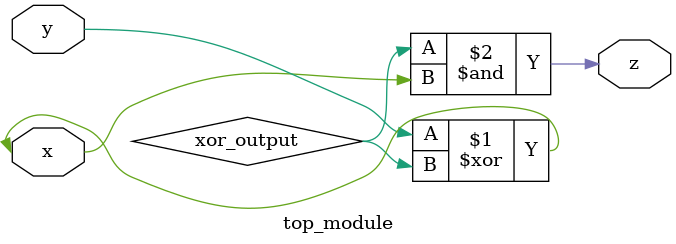
<source format=sv>
module top_module(
  input x,
  input y,
  output z);

  // Implementing the logical XOR operation between inputs x and y
  wire xor_output;
  xor xor_gate(x, y, xor_output);

  // Implementing the logical AND operation between the XOR output and input x
  assign z = xor_output & x;

endmodule

</source>
